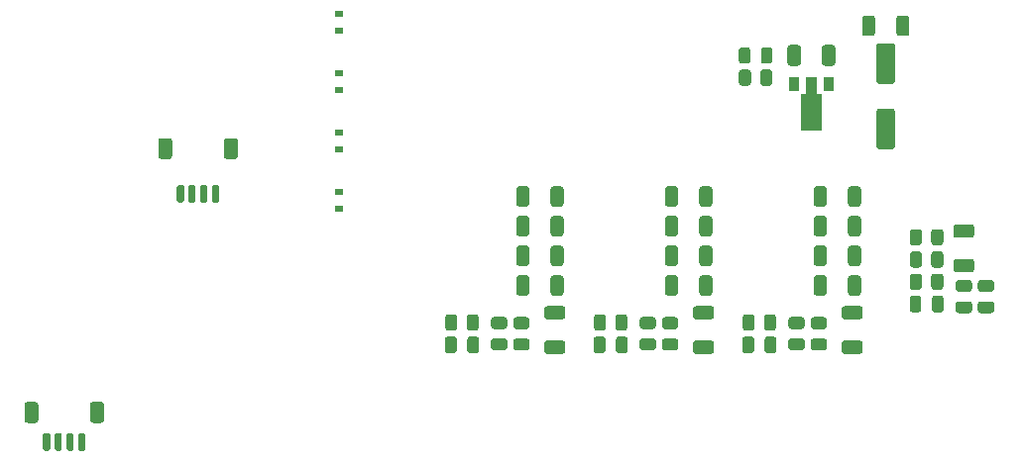
<source format=gbr>
%TF.GenerationSoftware,KiCad,Pcbnew,(5.1.10)-1*%
%TF.CreationDate,2021-09-25T03:13:22+01:00*%
%TF.ProjectId,EnergyMonitor,456e6572-6779-44d6-9f6e-69746f722e6b,v1.0*%
%TF.SameCoordinates,Original*%
%TF.FileFunction,Paste,Top*%
%TF.FilePolarity,Positive*%
%FSLAX46Y46*%
G04 Gerber Fmt 4.6, Leading zero omitted, Abs format (unit mm)*
G04 Created by KiCad (PCBNEW (5.1.10)-1) date 2021-09-25 03:13:22*
%MOMM*%
%LPD*%
G01*
G04 APERTURE LIST*
%ADD10R,0.700000X0.600000*%
%ADD11C,0.100000*%
%ADD12R,0.900000X1.300000*%
G04 APERTURE END LIST*
%TO.C,C1*%
G36*
G01*
X132165000Y-92172500D02*
X133265000Y-92172500D01*
G75*
G02*
X133515000Y-92422500I0J-250000D01*
G01*
X133515000Y-95422500D01*
G75*
G02*
X133265000Y-95672500I-250000J0D01*
G01*
X132165000Y-95672500D01*
G75*
G02*
X131915000Y-95422500I0J250000D01*
G01*
X131915000Y-92422500D01*
G75*
G02*
X132165000Y-92172500I250000J0D01*
G01*
G37*
G36*
G01*
X132165000Y-86572500D02*
X133265000Y-86572500D01*
G75*
G02*
X133515000Y-86822500I0J-250000D01*
G01*
X133515000Y-89822500D01*
G75*
G02*
X133265000Y-90072500I-250000J0D01*
G01*
X132165000Y-90072500D01*
G75*
G02*
X131915000Y-89822500I0J250000D01*
G01*
X131915000Y-86822500D01*
G75*
G02*
X132165000Y-86572500I250000J0D01*
G01*
G37*
%TD*%
%TO.C,J12*%
G36*
G01*
X71777500Y-94947499D02*
X71777500Y-96247501D01*
G75*
G02*
X71527501Y-96497500I-249999J0D01*
G01*
X70827499Y-96497500D01*
G75*
G02*
X70577500Y-96247501I0J249999D01*
G01*
X70577500Y-94947499D01*
G75*
G02*
X70827499Y-94697500I249999J0D01*
G01*
X71527501Y-94697500D01*
G75*
G02*
X71777500Y-94947499I0J-249999D01*
G01*
G37*
G36*
G01*
X77377500Y-94947499D02*
X77377500Y-96247501D01*
G75*
G02*
X77127501Y-96497500I-249999J0D01*
G01*
X76427499Y-96497500D01*
G75*
G02*
X76177500Y-96247501I0J249999D01*
G01*
X76177500Y-94947499D01*
G75*
G02*
X76427499Y-94697500I249999J0D01*
G01*
X77127501Y-94697500D01*
G75*
G02*
X77377500Y-94947499I0J-249999D01*
G01*
G37*
G36*
G01*
X72777500Y-98847500D02*
X72777500Y-100097500D01*
G75*
G02*
X72627500Y-100247500I-150000J0D01*
G01*
X72327500Y-100247500D01*
G75*
G02*
X72177500Y-100097500I0J150000D01*
G01*
X72177500Y-98847500D01*
G75*
G02*
X72327500Y-98697500I150000J0D01*
G01*
X72627500Y-98697500D01*
G75*
G02*
X72777500Y-98847500I0J-150000D01*
G01*
G37*
G36*
G01*
X73777500Y-98847500D02*
X73777500Y-100097500D01*
G75*
G02*
X73627500Y-100247500I-150000J0D01*
G01*
X73327500Y-100247500D01*
G75*
G02*
X73177500Y-100097500I0J150000D01*
G01*
X73177500Y-98847500D01*
G75*
G02*
X73327500Y-98697500I150000J0D01*
G01*
X73627500Y-98697500D01*
G75*
G02*
X73777500Y-98847500I0J-150000D01*
G01*
G37*
G36*
G01*
X74777500Y-98847500D02*
X74777500Y-100097500D01*
G75*
G02*
X74627500Y-100247500I-150000J0D01*
G01*
X74327500Y-100247500D01*
G75*
G02*
X74177500Y-100097500I0J150000D01*
G01*
X74177500Y-98847500D01*
G75*
G02*
X74327500Y-98697500I150000J0D01*
G01*
X74627500Y-98697500D01*
G75*
G02*
X74777500Y-98847500I0J-150000D01*
G01*
G37*
G36*
G01*
X75777500Y-98847500D02*
X75777500Y-100097500D01*
G75*
G02*
X75627500Y-100247500I-150000J0D01*
G01*
X75327500Y-100247500D01*
G75*
G02*
X75177500Y-100097500I0J150000D01*
G01*
X75177500Y-98847500D01*
G75*
G02*
X75327500Y-98697500I150000J0D01*
G01*
X75627500Y-98697500D01*
G75*
G02*
X75777500Y-98847500I0J-150000D01*
G01*
G37*
%TD*%
%TO.C,J14*%
G36*
G01*
X60747500Y-121330000D02*
X60747500Y-120080000D01*
G75*
G02*
X60897500Y-119930000I150000J0D01*
G01*
X61197500Y-119930000D01*
G75*
G02*
X61347500Y-120080000I0J-150000D01*
G01*
X61347500Y-121330000D01*
G75*
G02*
X61197500Y-121480000I-150000J0D01*
G01*
X60897500Y-121480000D01*
G75*
G02*
X60747500Y-121330000I0J150000D01*
G01*
G37*
G36*
G01*
X61747500Y-121330000D02*
X61747500Y-120080000D01*
G75*
G02*
X61897500Y-119930000I150000J0D01*
G01*
X62197500Y-119930000D01*
G75*
G02*
X62347500Y-120080000I0J-150000D01*
G01*
X62347500Y-121330000D01*
G75*
G02*
X62197500Y-121480000I-150000J0D01*
G01*
X61897500Y-121480000D01*
G75*
G02*
X61747500Y-121330000I0J150000D01*
G01*
G37*
G36*
G01*
X62747500Y-121330000D02*
X62747500Y-120080000D01*
G75*
G02*
X62897500Y-119930000I150000J0D01*
G01*
X63197500Y-119930000D01*
G75*
G02*
X63347500Y-120080000I0J-150000D01*
G01*
X63347500Y-121330000D01*
G75*
G02*
X63197500Y-121480000I-150000J0D01*
G01*
X62897500Y-121480000D01*
G75*
G02*
X62747500Y-121330000I0J150000D01*
G01*
G37*
G36*
G01*
X63747500Y-121330000D02*
X63747500Y-120080000D01*
G75*
G02*
X63897500Y-119930000I150000J0D01*
G01*
X64197500Y-119930000D01*
G75*
G02*
X64347500Y-120080000I0J-150000D01*
G01*
X64347500Y-121330000D01*
G75*
G02*
X64197500Y-121480000I-150000J0D01*
G01*
X63897500Y-121480000D01*
G75*
G02*
X63747500Y-121330000I0J150000D01*
G01*
G37*
G36*
G01*
X59147500Y-118830001D02*
X59147500Y-117529999D01*
G75*
G02*
X59397499Y-117280000I249999J0D01*
G01*
X60097501Y-117280000D01*
G75*
G02*
X60347500Y-117529999I0J-249999D01*
G01*
X60347500Y-118830001D01*
G75*
G02*
X60097501Y-119080000I-249999J0D01*
G01*
X59397499Y-119080000D01*
G75*
G02*
X59147500Y-118830001I0J249999D01*
G01*
G37*
G36*
G01*
X64747500Y-118830001D02*
X64747500Y-117529999D01*
G75*
G02*
X64997499Y-117280000I249999J0D01*
G01*
X65697501Y-117280000D01*
G75*
G02*
X65947500Y-117529999I0J-249999D01*
G01*
X65947500Y-118830001D01*
G75*
G02*
X65697501Y-119080000I-249999J0D01*
G01*
X64997499Y-119080000D01*
G75*
G02*
X64747500Y-118830001I0J249999D01*
G01*
G37*
%TD*%
%TO.C,R14*%
G36*
G01*
X121202500Y-89084998D02*
X121202500Y-89985002D01*
G75*
G02*
X120952502Y-90235000I-249998J0D01*
G01*
X120427498Y-90235000D01*
G75*
G02*
X120177500Y-89985002I0J249998D01*
G01*
X120177500Y-89084998D01*
G75*
G02*
X120427498Y-88835000I249998J0D01*
G01*
X120952502Y-88835000D01*
G75*
G02*
X121202500Y-89084998I0J-249998D01*
G01*
G37*
G36*
G01*
X123027500Y-89084998D02*
X123027500Y-89985002D01*
G75*
G02*
X122777502Y-90235000I-249998J0D01*
G01*
X122252498Y-90235000D01*
G75*
G02*
X122002500Y-89985002I0J249998D01*
G01*
X122002500Y-89084998D01*
G75*
G02*
X122252498Y-88835000I249998J0D01*
G01*
X122777502Y-88835000D01*
G75*
G02*
X123027500Y-89084998I0J-249998D01*
G01*
G37*
%TD*%
%TO.C,D6*%
G36*
G01*
X122052500Y-88086250D02*
X122052500Y-87173750D01*
G75*
G02*
X122296250Y-86930000I243750J0D01*
G01*
X122783750Y-86930000D01*
G75*
G02*
X123027500Y-87173750I0J-243750D01*
G01*
X123027500Y-88086250D01*
G75*
G02*
X122783750Y-88330000I-243750J0D01*
G01*
X122296250Y-88330000D01*
G75*
G02*
X122052500Y-88086250I0J243750D01*
G01*
G37*
G36*
G01*
X120177500Y-88086250D02*
X120177500Y-87173750D01*
G75*
G02*
X120421250Y-86930000I243750J0D01*
G01*
X120908750Y-86930000D01*
G75*
G02*
X121152500Y-87173750I0J-243750D01*
G01*
X121152500Y-88086250D01*
G75*
G02*
X120908750Y-88330000I-243750J0D01*
G01*
X120421250Y-88330000D01*
G75*
G02*
X120177500Y-88086250I0J243750D01*
G01*
G37*
%TD*%
%TO.C,R13*%
G36*
G01*
X127687500Y-99069998D02*
X127687500Y-100320002D01*
G75*
G02*
X127437502Y-100570000I-249998J0D01*
G01*
X126812498Y-100570000D01*
G75*
G02*
X126562500Y-100320002I0J249998D01*
G01*
X126562500Y-99069998D01*
G75*
G02*
X126812498Y-98820000I249998J0D01*
G01*
X127437502Y-98820000D01*
G75*
G02*
X127687500Y-99069998I0J-249998D01*
G01*
G37*
G36*
G01*
X130612500Y-99069998D02*
X130612500Y-100320002D01*
G75*
G02*
X130362502Y-100570000I-249998J0D01*
G01*
X129737498Y-100570000D01*
G75*
G02*
X129487500Y-100320002I0J249998D01*
G01*
X129487500Y-99069998D01*
G75*
G02*
X129737498Y-98820000I249998J0D01*
G01*
X130362502Y-98820000D01*
G75*
G02*
X130612500Y-99069998I0J-249998D01*
G01*
G37*
%TD*%
%TO.C,R12*%
G36*
G01*
X127687500Y-101609998D02*
X127687500Y-102860002D01*
G75*
G02*
X127437502Y-103110000I-249998J0D01*
G01*
X126812498Y-103110000D01*
G75*
G02*
X126562500Y-102860002I0J249998D01*
G01*
X126562500Y-101609998D01*
G75*
G02*
X126812498Y-101360000I249998J0D01*
G01*
X127437502Y-101360000D01*
G75*
G02*
X127687500Y-101609998I0J-249998D01*
G01*
G37*
G36*
G01*
X130612500Y-101609998D02*
X130612500Y-102860002D01*
G75*
G02*
X130362502Y-103110000I-249998J0D01*
G01*
X129737498Y-103110000D01*
G75*
G02*
X129487500Y-102860002I0J249998D01*
G01*
X129487500Y-101609998D01*
G75*
G02*
X129737498Y-101360000I249998J0D01*
G01*
X130362502Y-101360000D01*
G75*
G02*
X130612500Y-101609998I0J-249998D01*
G01*
G37*
%TD*%
%TO.C,R11*%
G36*
G01*
X127687500Y-104149998D02*
X127687500Y-105400002D01*
G75*
G02*
X127437502Y-105650000I-249998J0D01*
G01*
X126812498Y-105650000D01*
G75*
G02*
X126562500Y-105400002I0J249998D01*
G01*
X126562500Y-104149998D01*
G75*
G02*
X126812498Y-103900000I249998J0D01*
G01*
X127437502Y-103900000D01*
G75*
G02*
X127687500Y-104149998I0J-249998D01*
G01*
G37*
G36*
G01*
X130612500Y-104149998D02*
X130612500Y-105400002D01*
G75*
G02*
X130362502Y-105650000I-249998J0D01*
G01*
X129737498Y-105650000D01*
G75*
G02*
X129487500Y-105400002I0J249998D01*
G01*
X129487500Y-104149998D01*
G75*
G02*
X129737498Y-103900000I249998J0D01*
G01*
X130362502Y-103900000D01*
G75*
G02*
X130612500Y-104149998I0J-249998D01*
G01*
G37*
%TD*%
%TO.C,R10*%
G36*
G01*
X127687500Y-106689998D02*
X127687500Y-107940002D01*
G75*
G02*
X127437502Y-108190000I-249998J0D01*
G01*
X126812498Y-108190000D01*
G75*
G02*
X126562500Y-107940002I0J249998D01*
G01*
X126562500Y-106689998D01*
G75*
G02*
X126812498Y-106440000I249998J0D01*
G01*
X127437502Y-106440000D01*
G75*
G02*
X127687500Y-106689998I0J-249998D01*
G01*
G37*
G36*
G01*
X130612500Y-106689998D02*
X130612500Y-107940002D01*
G75*
G02*
X130362502Y-108190000I-249998J0D01*
G01*
X129737498Y-108190000D01*
G75*
G02*
X129487500Y-107940002I0J249998D01*
G01*
X129487500Y-106689998D01*
G75*
G02*
X129737498Y-106440000I249998J0D01*
G01*
X130362502Y-106440000D01*
G75*
G02*
X130612500Y-106689998I0J-249998D01*
G01*
G37*
%TD*%
%TO.C,R9*%
G36*
G01*
X114987500Y-99069998D02*
X114987500Y-100320002D01*
G75*
G02*
X114737502Y-100570000I-249998J0D01*
G01*
X114112498Y-100570000D01*
G75*
G02*
X113862500Y-100320002I0J249998D01*
G01*
X113862500Y-99069998D01*
G75*
G02*
X114112498Y-98820000I249998J0D01*
G01*
X114737502Y-98820000D01*
G75*
G02*
X114987500Y-99069998I0J-249998D01*
G01*
G37*
G36*
G01*
X117912500Y-99069998D02*
X117912500Y-100320002D01*
G75*
G02*
X117662502Y-100570000I-249998J0D01*
G01*
X117037498Y-100570000D01*
G75*
G02*
X116787500Y-100320002I0J249998D01*
G01*
X116787500Y-99069998D01*
G75*
G02*
X117037498Y-98820000I249998J0D01*
G01*
X117662502Y-98820000D01*
G75*
G02*
X117912500Y-99069998I0J-249998D01*
G01*
G37*
%TD*%
%TO.C,R8*%
G36*
G01*
X114987500Y-101609998D02*
X114987500Y-102860002D01*
G75*
G02*
X114737502Y-103110000I-249998J0D01*
G01*
X114112498Y-103110000D01*
G75*
G02*
X113862500Y-102860002I0J249998D01*
G01*
X113862500Y-101609998D01*
G75*
G02*
X114112498Y-101360000I249998J0D01*
G01*
X114737502Y-101360000D01*
G75*
G02*
X114987500Y-101609998I0J-249998D01*
G01*
G37*
G36*
G01*
X117912500Y-101609998D02*
X117912500Y-102860002D01*
G75*
G02*
X117662502Y-103110000I-249998J0D01*
G01*
X117037498Y-103110000D01*
G75*
G02*
X116787500Y-102860002I0J249998D01*
G01*
X116787500Y-101609998D01*
G75*
G02*
X117037498Y-101360000I249998J0D01*
G01*
X117662502Y-101360000D01*
G75*
G02*
X117912500Y-101609998I0J-249998D01*
G01*
G37*
%TD*%
%TO.C,R7*%
G36*
G01*
X114987500Y-104149998D02*
X114987500Y-105400002D01*
G75*
G02*
X114737502Y-105650000I-249998J0D01*
G01*
X114112498Y-105650000D01*
G75*
G02*
X113862500Y-105400002I0J249998D01*
G01*
X113862500Y-104149998D01*
G75*
G02*
X114112498Y-103900000I249998J0D01*
G01*
X114737502Y-103900000D01*
G75*
G02*
X114987500Y-104149998I0J-249998D01*
G01*
G37*
G36*
G01*
X117912500Y-104149998D02*
X117912500Y-105400002D01*
G75*
G02*
X117662502Y-105650000I-249998J0D01*
G01*
X117037498Y-105650000D01*
G75*
G02*
X116787500Y-105400002I0J249998D01*
G01*
X116787500Y-104149998D01*
G75*
G02*
X117037498Y-103900000I249998J0D01*
G01*
X117662502Y-103900000D01*
G75*
G02*
X117912500Y-104149998I0J-249998D01*
G01*
G37*
%TD*%
%TO.C,R6*%
G36*
G01*
X114987500Y-106689998D02*
X114987500Y-107940002D01*
G75*
G02*
X114737502Y-108190000I-249998J0D01*
G01*
X114112498Y-108190000D01*
G75*
G02*
X113862500Y-107940002I0J249998D01*
G01*
X113862500Y-106689998D01*
G75*
G02*
X114112498Y-106440000I249998J0D01*
G01*
X114737502Y-106440000D01*
G75*
G02*
X114987500Y-106689998I0J-249998D01*
G01*
G37*
G36*
G01*
X117912500Y-106689998D02*
X117912500Y-107940002D01*
G75*
G02*
X117662502Y-108190000I-249998J0D01*
G01*
X117037498Y-108190000D01*
G75*
G02*
X116787500Y-107940002I0J249998D01*
G01*
X116787500Y-106689998D01*
G75*
G02*
X117037498Y-106440000I249998J0D01*
G01*
X117662502Y-106440000D01*
G75*
G02*
X117912500Y-106689998I0J-249998D01*
G01*
G37*
%TD*%
%TO.C,R5*%
G36*
G01*
X102287500Y-99069998D02*
X102287500Y-100320002D01*
G75*
G02*
X102037502Y-100570000I-249998J0D01*
G01*
X101412498Y-100570000D01*
G75*
G02*
X101162500Y-100320002I0J249998D01*
G01*
X101162500Y-99069998D01*
G75*
G02*
X101412498Y-98820000I249998J0D01*
G01*
X102037502Y-98820000D01*
G75*
G02*
X102287500Y-99069998I0J-249998D01*
G01*
G37*
G36*
G01*
X105212500Y-99069998D02*
X105212500Y-100320002D01*
G75*
G02*
X104962502Y-100570000I-249998J0D01*
G01*
X104337498Y-100570000D01*
G75*
G02*
X104087500Y-100320002I0J249998D01*
G01*
X104087500Y-99069998D01*
G75*
G02*
X104337498Y-98820000I249998J0D01*
G01*
X104962502Y-98820000D01*
G75*
G02*
X105212500Y-99069998I0J-249998D01*
G01*
G37*
%TD*%
%TO.C,R4*%
G36*
G01*
X102287500Y-101609998D02*
X102287500Y-102860002D01*
G75*
G02*
X102037502Y-103110000I-249998J0D01*
G01*
X101412498Y-103110000D01*
G75*
G02*
X101162500Y-102860002I0J249998D01*
G01*
X101162500Y-101609998D01*
G75*
G02*
X101412498Y-101360000I249998J0D01*
G01*
X102037502Y-101360000D01*
G75*
G02*
X102287500Y-101609998I0J-249998D01*
G01*
G37*
G36*
G01*
X105212500Y-101609998D02*
X105212500Y-102860002D01*
G75*
G02*
X104962502Y-103110000I-249998J0D01*
G01*
X104337498Y-103110000D01*
G75*
G02*
X104087500Y-102860002I0J249998D01*
G01*
X104087500Y-101609998D01*
G75*
G02*
X104337498Y-101360000I249998J0D01*
G01*
X104962502Y-101360000D01*
G75*
G02*
X105212500Y-101609998I0J-249998D01*
G01*
G37*
%TD*%
%TO.C,R3*%
G36*
G01*
X102287500Y-104149998D02*
X102287500Y-105400002D01*
G75*
G02*
X102037502Y-105650000I-249998J0D01*
G01*
X101412498Y-105650000D01*
G75*
G02*
X101162500Y-105400002I0J249998D01*
G01*
X101162500Y-104149998D01*
G75*
G02*
X101412498Y-103900000I249998J0D01*
G01*
X102037502Y-103900000D01*
G75*
G02*
X102287500Y-104149998I0J-249998D01*
G01*
G37*
G36*
G01*
X105212500Y-104149998D02*
X105212500Y-105400002D01*
G75*
G02*
X104962502Y-105650000I-249998J0D01*
G01*
X104337498Y-105650000D01*
G75*
G02*
X104087500Y-105400002I0J249998D01*
G01*
X104087500Y-104149998D01*
G75*
G02*
X104337498Y-103900000I249998J0D01*
G01*
X104962502Y-103900000D01*
G75*
G02*
X105212500Y-104149998I0J-249998D01*
G01*
G37*
%TD*%
%TO.C,R2*%
G36*
G01*
X102287500Y-106689998D02*
X102287500Y-107940002D01*
G75*
G02*
X102037502Y-108190000I-249998J0D01*
G01*
X101412498Y-108190000D01*
G75*
G02*
X101162500Y-107940002I0J249998D01*
G01*
X101162500Y-106689998D01*
G75*
G02*
X101412498Y-106440000I249998J0D01*
G01*
X102037502Y-106440000D01*
G75*
G02*
X102287500Y-106689998I0J-249998D01*
G01*
G37*
G36*
G01*
X105212500Y-106689998D02*
X105212500Y-107940002D01*
G75*
G02*
X104962502Y-108190000I-249998J0D01*
G01*
X104337498Y-108190000D01*
G75*
G02*
X104087500Y-107940002I0J249998D01*
G01*
X104087500Y-106689998D01*
G75*
G02*
X104337498Y-106440000I249998J0D01*
G01*
X104962502Y-106440000D01*
G75*
G02*
X105212500Y-106689998I0J-249998D01*
G01*
G37*
%TD*%
%TO.C,R1*%
G36*
G01*
X133615000Y-85715002D02*
X133615000Y-84464998D01*
G75*
G02*
X133864998Y-84215000I249998J0D01*
G01*
X134490002Y-84215000D01*
G75*
G02*
X134740000Y-84464998I0J-249998D01*
G01*
X134740000Y-85715002D01*
G75*
G02*
X134490002Y-85965000I-249998J0D01*
G01*
X133864998Y-85965000D01*
G75*
G02*
X133615000Y-85715002I0J249998D01*
G01*
G37*
G36*
G01*
X130690000Y-85715002D02*
X130690000Y-84464998D01*
G75*
G02*
X130939998Y-84215000I249998J0D01*
G01*
X131565002Y-84215000D01*
G75*
G02*
X131815000Y-84464998I0J-249998D01*
G01*
X131815000Y-85715002D01*
G75*
G02*
X131565002Y-85965000I-249998J0D01*
G01*
X130939998Y-85965000D01*
G75*
G02*
X130690000Y-85715002I0J249998D01*
G01*
G37*
%TD*%
%TO.C,R18*%
G36*
G01*
X122320000Y-110940002D02*
X122320000Y-110039998D01*
G75*
G02*
X122569998Y-109790000I249998J0D01*
G01*
X123095002Y-109790000D01*
G75*
G02*
X123345000Y-110039998I0J-249998D01*
G01*
X123345000Y-110940002D01*
G75*
G02*
X123095002Y-111190000I-249998J0D01*
G01*
X122569998Y-111190000D01*
G75*
G02*
X122320000Y-110940002I0J249998D01*
G01*
G37*
G36*
G01*
X120495000Y-110940002D02*
X120495000Y-110039998D01*
G75*
G02*
X120744998Y-109790000I249998J0D01*
G01*
X121270002Y-109790000D01*
G75*
G02*
X121520000Y-110039998I0J-249998D01*
G01*
X121520000Y-110940002D01*
G75*
G02*
X121270002Y-111190000I-249998J0D01*
G01*
X120744998Y-111190000D01*
G75*
G02*
X120495000Y-110940002I0J249998D01*
G01*
G37*
%TD*%
D10*
%TO.C,D5*%
X86042500Y-84072500D03*
X86042500Y-85472500D03*
%TD*%
D11*
%TO.C,U2*%
G36*
X125498500Y-94057500D02*
G01*
X125498500Y-90932500D01*
X125915000Y-90932500D01*
X125915000Y-89457500D01*
X126815000Y-89457500D01*
X126815000Y-90932500D01*
X127231500Y-90932500D01*
X127231500Y-94057500D01*
X125498500Y-94057500D01*
G37*
D12*
X124865000Y-90107500D03*
X127865000Y-90107500D03*
%TD*%
%TO.C,R29*%
G36*
G01*
X138932498Y-108667500D02*
X139832502Y-108667500D01*
G75*
G02*
X140082500Y-108917498I0J-249998D01*
G01*
X140082500Y-109442502D01*
G75*
G02*
X139832502Y-109692500I-249998J0D01*
G01*
X138932498Y-109692500D01*
G75*
G02*
X138682500Y-109442502I0J249998D01*
G01*
X138682500Y-108917498D01*
G75*
G02*
X138932498Y-108667500I249998J0D01*
G01*
G37*
G36*
G01*
X138932498Y-106842500D02*
X139832502Y-106842500D01*
G75*
G02*
X140082500Y-107092498I0J-249998D01*
G01*
X140082500Y-107617502D01*
G75*
G02*
X139832502Y-107867500I-249998J0D01*
G01*
X138932498Y-107867500D01*
G75*
G02*
X138682500Y-107617502I0J249998D01*
G01*
X138682500Y-107092498D01*
G75*
G02*
X138932498Y-106842500I249998J0D01*
G01*
G37*
%TD*%
%TO.C,R28*%
G36*
G01*
X140837498Y-106842500D02*
X141737502Y-106842500D01*
G75*
G02*
X141987500Y-107092498I0J-249998D01*
G01*
X141987500Y-107617502D01*
G75*
G02*
X141737502Y-107867500I-249998J0D01*
G01*
X140837498Y-107867500D01*
G75*
G02*
X140587500Y-107617502I0J249998D01*
G01*
X140587500Y-107092498D01*
G75*
G02*
X140837498Y-106842500I249998J0D01*
G01*
G37*
G36*
G01*
X140837498Y-108667500D02*
X141737502Y-108667500D01*
G75*
G02*
X141987500Y-108917498I0J-249998D01*
G01*
X141987500Y-109442502D01*
G75*
G02*
X141737502Y-109692500I-249998J0D01*
G01*
X140837498Y-109692500D01*
G75*
G02*
X140587500Y-109442502I0J249998D01*
G01*
X140587500Y-108917498D01*
G75*
G02*
X140837498Y-108667500I249998J0D01*
G01*
G37*
%TD*%
%TO.C,R27*%
G36*
G01*
X136607500Y-105542502D02*
X136607500Y-104642498D01*
G75*
G02*
X136857498Y-104392500I249998J0D01*
G01*
X137382502Y-104392500D01*
G75*
G02*
X137632500Y-104642498I0J-249998D01*
G01*
X137632500Y-105542502D01*
G75*
G02*
X137382502Y-105792500I-249998J0D01*
G01*
X136857498Y-105792500D01*
G75*
G02*
X136607500Y-105542502I0J249998D01*
G01*
G37*
G36*
G01*
X134782500Y-105542502D02*
X134782500Y-104642498D01*
G75*
G02*
X135032498Y-104392500I249998J0D01*
G01*
X135557502Y-104392500D01*
G75*
G02*
X135807500Y-104642498I0J-249998D01*
G01*
X135807500Y-105542502D01*
G75*
G02*
X135557502Y-105792500I-249998J0D01*
G01*
X135032498Y-105792500D01*
G75*
G02*
X134782500Y-105542502I0J249998D01*
G01*
G37*
%TD*%
%TO.C,R26*%
G36*
G01*
X136607500Y-103637502D02*
X136607500Y-102737498D01*
G75*
G02*
X136857498Y-102487500I249998J0D01*
G01*
X137382502Y-102487500D01*
G75*
G02*
X137632500Y-102737498I0J-249998D01*
G01*
X137632500Y-103637502D01*
G75*
G02*
X137382502Y-103887500I-249998J0D01*
G01*
X136857498Y-103887500D01*
G75*
G02*
X136607500Y-103637502I0J249998D01*
G01*
G37*
G36*
G01*
X134782500Y-103637502D02*
X134782500Y-102737498D01*
G75*
G02*
X135032498Y-102487500I249998J0D01*
G01*
X135557502Y-102487500D01*
G75*
G02*
X135807500Y-102737498I0J-249998D01*
G01*
X135807500Y-103637502D01*
G75*
G02*
X135557502Y-103887500I-249998J0D01*
G01*
X135032498Y-103887500D01*
G75*
G02*
X134782500Y-103637502I0J249998D01*
G01*
G37*
%TD*%
%TO.C,R25*%
G36*
G01*
X135807500Y-106547498D02*
X135807500Y-107447502D01*
G75*
G02*
X135557502Y-107697500I-249998J0D01*
G01*
X135032498Y-107697500D01*
G75*
G02*
X134782500Y-107447502I0J249998D01*
G01*
X134782500Y-106547498D01*
G75*
G02*
X135032498Y-106297500I249998J0D01*
G01*
X135557502Y-106297500D01*
G75*
G02*
X135807500Y-106547498I0J-249998D01*
G01*
G37*
G36*
G01*
X137632500Y-106547498D02*
X137632500Y-107447502D01*
G75*
G02*
X137382502Y-107697500I-249998J0D01*
G01*
X136857498Y-107697500D01*
G75*
G02*
X136607500Y-107447502I0J249998D01*
G01*
X136607500Y-106547498D01*
G75*
G02*
X136857498Y-106297500I249998J0D01*
G01*
X137382502Y-106297500D01*
G75*
G02*
X137632500Y-106547498I0J-249998D01*
G01*
G37*
%TD*%
%TO.C,R24*%
G36*
G01*
X126549998Y-110017500D02*
X127450002Y-110017500D01*
G75*
G02*
X127700000Y-110267498I0J-249998D01*
G01*
X127700000Y-110792502D01*
G75*
G02*
X127450002Y-111042500I-249998J0D01*
G01*
X126549998Y-111042500D01*
G75*
G02*
X126300000Y-110792502I0J249998D01*
G01*
X126300000Y-110267498D01*
G75*
G02*
X126549998Y-110017500I249998J0D01*
G01*
G37*
G36*
G01*
X126549998Y-111842500D02*
X127450002Y-111842500D01*
G75*
G02*
X127700000Y-112092498I0J-249998D01*
G01*
X127700000Y-112617502D01*
G75*
G02*
X127450002Y-112867500I-249998J0D01*
G01*
X126549998Y-112867500D01*
G75*
G02*
X126300000Y-112617502I0J249998D01*
G01*
X126300000Y-112092498D01*
G75*
G02*
X126549998Y-111842500I249998J0D01*
G01*
G37*
%TD*%
%TO.C,R23*%
G36*
G01*
X124644998Y-111842500D02*
X125545002Y-111842500D01*
G75*
G02*
X125795000Y-112092498I0J-249998D01*
G01*
X125795000Y-112617502D01*
G75*
G02*
X125545002Y-112867500I-249998J0D01*
G01*
X124644998Y-112867500D01*
G75*
G02*
X124395000Y-112617502I0J249998D01*
G01*
X124395000Y-112092498D01*
G75*
G02*
X124644998Y-111842500I249998J0D01*
G01*
G37*
G36*
G01*
X124644998Y-110017500D02*
X125545002Y-110017500D01*
G75*
G02*
X125795000Y-110267498I0J-249998D01*
G01*
X125795000Y-110792502D01*
G75*
G02*
X125545002Y-111042500I-249998J0D01*
G01*
X124644998Y-111042500D01*
G75*
G02*
X124395000Y-110792502I0J249998D01*
G01*
X124395000Y-110267498D01*
G75*
G02*
X124644998Y-110017500I249998J0D01*
G01*
G37*
%TD*%
%TO.C,R22*%
G36*
G01*
X113849998Y-110017500D02*
X114750002Y-110017500D01*
G75*
G02*
X115000000Y-110267498I0J-249998D01*
G01*
X115000000Y-110792502D01*
G75*
G02*
X114750002Y-111042500I-249998J0D01*
G01*
X113849998Y-111042500D01*
G75*
G02*
X113600000Y-110792502I0J249998D01*
G01*
X113600000Y-110267498D01*
G75*
G02*
X113849998Y-110017500I249998J0D01*
G01*
G37*
G36*
G01*
X113849998Y-111842500D02*
X114750002Y-111842500D01*
G75*
G02*
X115000000Y-112092498I0J-249998D01*
G01*
X115000000Y-112617502D01*
G75*
G02*
X114750002Y-112867500I-249998J0D01*
G01*
X113849998Y-112867500D01*
G75*
G02*
X113600000Y-112617502I0J249998D01*
G01*
X113600000Y-112092498D01*
G75*
G02*
X113849998Y-111842500I249998J0D01*
G01*
G37*
%TD*%
%TO.C,R21*%
G36*
G01*
X111944998Y-111842500D02*
X112845002Y-111842500D01*
G75*
G02*
X113095000Y-112092498I0J-249998D01*
G01*
X113095000Y-112617502D01*
G75*
G02*
X112845002Y-112867500I-249998J0D01*
G01*
X111944998Y-112867500D01*
G75*
G02*
X111695000Y-112617502I0J249998D01*
G01*
X111695000Y-112092498D01*
G75*
G02*
X111944998Y-111842500I249998J0D01*
G01*
G37*
G36*
G01*
X111944998Y-110017500D02*
X112845002Y-110017500D01*
G75*
G02*
X113095000Y-110267498I0J-249998D01*
G01*
X113095000Y-110792502D01*
G75*
G02*
X112845002Y-111042500I-249998J0D01*
G01*
X111944998Y-111042500D01*
G75*
G02*
X111695000Y-110792502I0J249998D01*
G01*
X111695000Y-110267498D01*
G75*
G02*
X111944998Y-110017500I249998J0D01*
G01*
G37*
%TD*%
%TO.C,R20*%
G36*
G01*
X101149998Y-110017500D02*
X102050002Y-110017500D01*
G75*
G02*
X102300000Y-110267498I0J-249998D01*
G01*
X102300000Y-110792502D01*
G75*
G02*
X102050002Y-111042500I-249998J0D01*
G01*
X101149998Y-111042500D01*
G75*
G02*
X100900000Y-110792502I0J249998D01*
G01*
X100900000Y-110267498D01*
G75*
G02*
X101149998Y-110017500I249998J0D01*
G01*
G37*
G36*
G01*
X101149998Y-111842500D02*
X102050002Y-111842500D01*
G75*
G02*
X102300000Y-112092498I0J-249998D01*
G01*
X102300000Y-112617502D01*
G75*
G02*
X102050002Y-112867500I-249998J0D01*
G01*
X101149998Y-112867500D01*
G75*
G02*
X100900000Y-112617502I0J249998D01*
G01*
X100900000Y-112092498D01*
G75*
G02*
X101149998Y-111842500I249998J0D01*
G01*
G37*
%TD*%
%TO.C,R19*%
G36*
G01*
X99244998Y-111842500D02*
X100145002Y-111842500D01*
G75*
G02*
X100395000Y-112092498I0J-249998D01*
G01*
X100395000Y-112617502D01*
G75*
G02*
X100145002Y-112867500I-249998J0D01*
G01*
X99244998Y-112867500D01*
G75*
G02*
X98995000Y-112617502I0J249998D01*
G01*
X98995000Y-112092498D01*
G75*
G02*
X99244998Y-111842500I249998J0D01*
G01*
G37*
G36*
G01*
X99244998Y-110017500D02*
X100145002Y-110017500D01*
G75*
G02*
X100395000Y-110267498I0J-249998D01*
G01*
X100395000Y-110792502D01*
G75*
G02*
X100145002Y-111042500I-249998J0D01*
G01*
X99244998Y-111042500D01*
G75*
G02*
X98995000Y-110792502I0J249998D01*
G01*
X98995000Y-110267498D01*
G75*
G02*
X99244998Y-110017500I249998J0D01*
G01*
G37*
%TD*%
%TO.C,R17*%
G36*
G01*
X109620000Y-110940002D02*
X109620000Y-110039998D01*
G75*
G02*
X109869998Y-109790000I249998J0D01*
G01*
X110395002Y-109790000D01*
G75*
G02*
X110645000Y-110039998I0J-249998D01*
G01*
X110645000Y-110940002D01*
G75*
G02*
X110395002Y-111190000I-249998J0D01*
G01*
X109869998Y-111190000D01*
G75*
G02*
X109620000Y-110940002I0J249998D01*
G01*
G37*
G36*
G01*
X107795000Y-110940002D02*
X107795000Y-110039998D01*
G75*
G02*
X108044998Y-109790000I249998J0D01*
G01*
X108570002Y-109790000D01*
G75*
G02*
X108820000Y-110039998I0J-249998D01*
G01*
X108820000Y-110940002D01*
G75*
G02*
X108570002Y-111190000I-249998J0D01*
G01*
X108044998Y-111190000D01*
G75*
G02*
X107795000Y-110940002I0J249998D01*
G01*
G37*
%TD*%
%TO.C,R16*%
G36*
G01*
X96920000Y-110940002D02*
X96920000Y-110039998D01*
G75*
G02*
X97169998Y-109790000I249998J0D01*
G01*
X97695002Y-109790000D01*
G75*
G02*
X97945000Y-110039998I0J-249998D01*
G01*
X97945000Y-110940002D01*
G75*
G02*
X97695002Y-111190000I-249998J0D01*
G01*
X97169998Y-111190000D01*
G75*
G02*
X96920000Y-110940002I0J249998D01*
G01*
G37*
G36*
G01*
X95095000Y-110940002D02*
X95095000Y-110039998D01*
G75*
G02*
X95344998Y-109790000I249998J0D01*
G01*
X95870002Y-109790000D01*
G75*
G02*
X96120000Y-110039998I0J-249998D01*
G01*
X96120000Y-110940002D01*
G75*
G02*
X95870002Y-111190000I-249998J0D01*
G01*
X95344998Y-111190000D01*
G75*
G02*
X95095000Y-110940002I0J249998D01*
G01*
G37*
%TD*%
D10*
%TO.C,D4*%
X86042500Y-89152500D03*
X86042500Y-90552500D03*
%TD*%
%TO.C,D3*%
X86042500Y-94232500D03*
X86042500Y-95632500D03*
%TD*%
%TO.C,D2*%
X86042500Y-99312500D03*
X86042500Y-100712500D03*
%TD*%
%TO.C,C10*%
G36*
G01*
X140032501Y-103240000D02*
X138732499Y-103240000D01*
G75*
G02*
X138482500Y-102990001I0J249999D01*
G01*
X138482500Y-102339999D01*
G75*
G02*
X138732499Y-102090000I249999J0D01*
G01*
X140032501Y-102090000D01*
G75*
G02*
X140282500Y-102339999I0J-249999D01*
G01*
X140282500Y-102990001D01*
G75*
G02*
X140032501Y-103240000I-249999J0D01*
G01*
G37*
G36*
G01*
X140032501Y-106190000D02*
X138732499Y-106190000D01*
G75*
G02*
X138482500Y-105940001I0J249999D01*
G01*
X138482500Y-105289999D01*
G75*
G02*
X138732499Y-105040000I249999J0D01*
G01*
X140032501Y-105040000D01*
G75*
G02*
X140282500Y-105289999I0J-249999D01*
G01*
X140282500Y-105940001D01*
G75*
G02*
X140032501Y-106190000I-249999J0D01*
G01*
G37*
%TD*%
%TO.C,C9*%
G36*
G01*
X135757500Y-108427500D02*
X135757500Y-109377500D01*
G75*
G02*
X135507500Y-109627500I-250000J0D01*
G01*
X135007500Y-109627500D01*
G75*
G02*
X134757500Y-109377500I0J250000D01*
G01*
X134757500Y-108427500D01*
G75*
G02*
X135007500Y-108177500I250000J0D01*
G01*
X135507500Y-108177500D01*
G75*
G02*
X135757500Y-108427500I0J-250000D01*
G01*
G37*
G36*
G01*
X137657500Y-108427500D02*
X137657500Y-109377500D01*
G75*
G02*
X137407500Y-109627500I-250000J0D01*
G01*
X136907500Y-109627500D01*
G75*
G02*
X136657500Y-109377500I0J250000D01*
G01*
X136657500Y-108427500D01*
G75*
G02*
X136907500Y-108177500I250000J0D01*
G01*
X137407500Y-108177500D01*
G75*
G02*
X137657500Y-108427500I0J-250000D01*
G01*
G37*
%TD*%
%TO.C,C8*%
G36*
G01*
X129207499Y-109075000D02*
X130507501Y-109075000D01*
G75*
G02*
X130757500Y-109324999I0J-249999D01*
G01*
X130757500Y-109975001D01*
G75*
G02*
X130507501Y-110225000I-249999J0D01*
G01*
X129207499Y-110225000D01*
G75*
G02*
X128957500Y-109975001I0J249999D01*
G01*
X128957500Y-109324999D01*
G75*
G02*
X129207499Y-109075000I249999J0D01*
G01*
G37*
G36*
G01*
X129207499Y-112025000D02*
X130507501Y-112025000D01*
G75*
G02*
X130757500Y-112274999I0J-249999D01*
G01*
X130757500Y-112925001D01*
G75*
G02*
X130507501Y-113175000I-249999J0D01*
G01*
X129207499Y-113175000D01*
G75*
G02*
X128957500Y-112925001I0J249999D01*
G01*
X128957500Y-112274999D01*
G75*
G02*
X129207499Y-112025000I249999J0D01*
G01*
G37*
%TD*%
%TO.C,C7*%
G36*
G01*
X116507499Y-109075000D02*
X117807501Y-109075000D01*
G75*
G02*
X118057500Y-109324999I0J-249999D01*
G01*
X118057500Y-109975001D01*
G75*
G02*
X117807501Y-110225000I-249999J0D01*
G01*
X116507499Y-110225000D01*
G75*
G02*
X116257500Y-109975001I0J249999D01*
G01*
X116257500Y-109324999D01*
G75*
G02*
X116507499Y-109075000I249999J0D01*
G01*
G37*
G36*
G01*
X116507499Y-112025000D02*
X117807501Y-112025000D01*
G75*
G02*
X118057500Y-112274999I0J-249999D01*
G01*
X118057500Y-112925001D01*
G75*
G02*
X117807501Y-113175000I-249999J0D01*
G01*
X116507499Y-113175000D01*
G75*
G02*
X116257500Y-112925001I0J249999D01*
G01*
X116257500Y-112274999D01*
G75*
G02*
X116507499Y-112025000I249999J0D01*
G01*
G37*
%TD*%
%TO.C,C6*%
G36*
G01*
X103807499Y-109075000D02*
X105107501Y-109075000D01*
G75*
G02*
X105357500Y-109324999I0J-249999D01*
G01*
X105357500Y-109975001D01*
G75*
G02*
X105107501Y-110225000I-249999J0D01*
G01*
X103807499Y-110225000D01*
G75*
G02*
X103557500Y-109975001I0J249999D01*
G01*
X103557500Y-109324999D01*
G75*
G02*
X103807499Y-109075000I249999J0D01*
G01*
G37*
G36*
G01*
X103807499Y-112025000D02*
X105107501Y-112025000D01*
G75*
G02*
X105357500Y-112274999I0J-249999D01*
G01*
X105357500Y-112925001D01*
G75*
G02*
X105107501Y-113175000I-249999J0D01*
G01*
X103807499Y-113175000D01*
G75*
G02*
X103557500Y-112925001I0J249999D01*
G01*
X103557500Y-112274999D01*
G75*
G02*
X103807499Y-112025000I249999J0D01*
G01*
G37*
%TD*%
%TO.C,C5*%
G36*
G01*
X122370000Y-112870000D02*
X122370000Y-111920000D01*
G75*
G02*
X122620000Y-111670000I250000J0D01*
G01*
X123120000Y-111670000D01*
G75*
G02*
X123370000Y-111920000I0J-250000D01*
G01*
X123370000Y-112870000D01*
G75*
G02*
X123120000Y-113120000I-250000J0D01*
G01*
X122620000Y-113120000D01*
G75*
G02*
X122370000Y-112870000I0J250000D01*
G01*
G37*
G36*
G01*
X120470000Y-112870000D02*
X120470000Y-111920000D01*
G75*
G02*
X120720000Y-111670000I250000J0D01*
G01*
X121220000Y-111670000D01*
G75*
G02*
X121470000Y-111920000I0J-250000D01*
G01*
X121470000Y-112870000D01*
G75*
G02*
X121220000Y-113120000I-250000J0D01*
G01*
X120720000Y-113120000D01*
G75*
G02*
X120470000Y-112870000I0J250000D01*
G01*
G37*
%TD*%
%TO.C,C4*%
G36*
G01*
X109670000Y-112870000D02*
X109670000Y-111920000D01*
G75*
G02*
X109920000Y-111670000I250000J0D01*
G01*
X110420000Y-111670000D01*
G75*
G02*
X110670000Y-111920000I0J-250000D01*
G01*
X110670000Y-112870000D01*
G75*
G02*
X110420000Y-113120000I-250000J0D01*
G01*
X109920000Y-113120000D01*
G75*
G02*
X109670000Y-112870000I0J250000D01*
G01*
G37*
G36*
G01*
X107770000Y-112870000D02*
X107770000Y-111920000D01*
G75*
G02*
X108020000Y-111670000I250000J0D01*
G01*
X108520000Y-111670000D01*
G75*
G02*
X108770000Y-111920000I0J-250000D01*
G01*
X108770000Y-112870000D01*
G75*
G02*
X108520000Y-113120000I-250000J0D01*
G01*
X108020000Y-113120000D01*
G75*
G02*
X107770000Y-112870000I0J250000D01*
G01*
G37*
%TD*%
%TO.C,C3*%
G36*
G01*
X96970000Y-112870000D02*
X96970000Y-111920000D01*
G75*
G02*
X97220000Y-111670000I250000J0D01*
G01*
X97720000Y-111670000D01*
G75*
G02*
X97970000Y-111920000I0J-250000D01*
G01*
X97970000Y-112870000D01*
G75*
G02*
X97720000Y-113120000I-250000J0D01*
G01*
X97220000Y-113120000D01*
G75*
G02*
X96970000Y-112870000I0J250000D01*
G01*
G37*
G36*
G01*
X95070000Y-112870000D02*
X95070000Y-111920000D01*
G75*
G02*
X95320000Y-111670000I250000J0D01*
G01*
X95820000Y-111670000D01*
G75*
G02*
X96070000Y-111920000I0J-250000D01*
G01*
X96070000Y-112870000D01*
G75*
G02*
X95820000Y-113120000I-250000J0D01*
G01*
X95320000Y-113120000D01*
G75*
G02*
X95070000Y-112870000I0J250000D01*
G01*
G37*
%TD*%
%TO.C,C2*%
G36*
G01*
X127265000Y-88280001D02*
X127265000Y-86979999D01*
G75*
G02*
X127514999Y-86730000I249999J0D01*
G01*
X128165001Y-86730000D01*
G75*
G02*
X128415000Y-86979999I0J-249999D01*
G01*
X128415000Y-88280001D01*
G75*
G02*
X128165001Y-88530000I-249999J0D01*
G01*
X127514999Y-88530000D01*
G75*
G02*
X127265000Y-88280001I0J249999D01*
G01*
G37*
G36*
G01*
X124315000Y-88280001D02*
X124315000Y-86979999D01*
G75*
G02*
X124564999Y-86730000I249999J0D01*
G01*
X125215001Y-86730000D01*
G75*
G02*
X125465000Y-86979999I0J-249999D01*
G01*
X125465000Y-88280001D01*
G75*
G02*
X125215001Y-88530000I-249999J0D01*
G01*
X124564999Y-88530000D01*
G75*
G02*
X124315000Y-88280001I0J249999D01*
G01*
G37*
%TD*%
M02*

</source>
